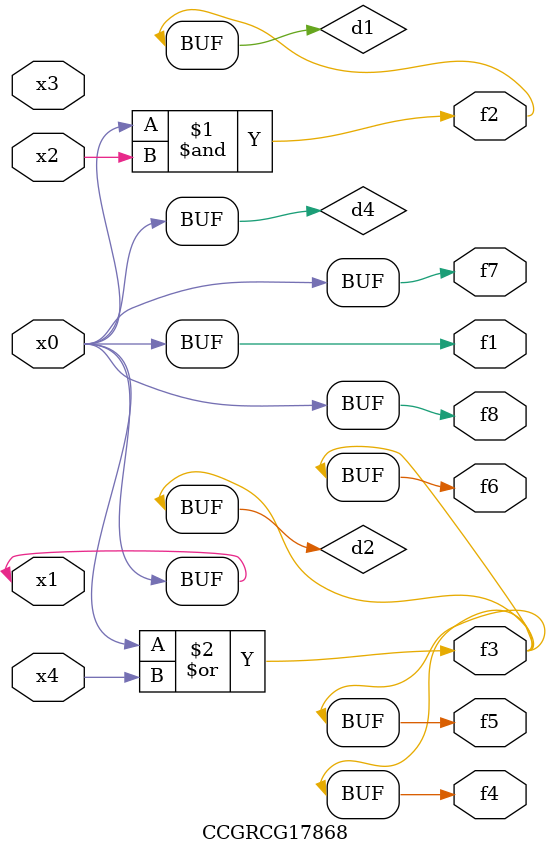
<source format=v>
module CCGRCG17868(
	input x0, x1, x2, x3, x4,
	output f1, f2, f3, f4, f5, f6, f7, f8
);

	wire d1, d2, d3, d4;

	and (d1, x0, x2);
	or (d2, x0, x4);
	nand (d3, x0, x2);
	buf (d4, x0, x1);
	assign f1 = d4;
	assign f2 = d1;
	assign f3 = d2;
	assign f4 = d2;
	assign f5 = d2;
	assign f6 = d2;
	assign f7 = d4;
	assign f8 = d4;
endmodule

</source>
